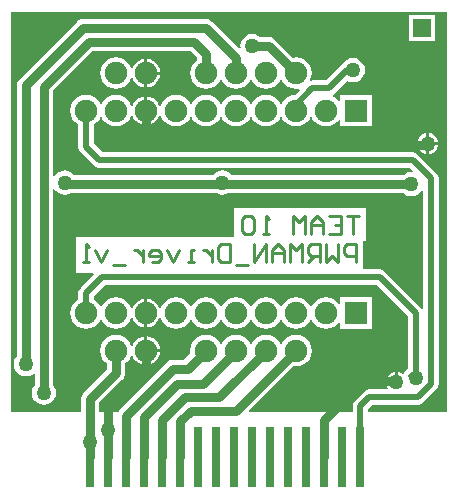
<source format=gbl>
%FSLAX25Y25*%
%MOIN*%
G70*
G01*
G75*
G04 Layer_Physical_Order=2*
G04 Layer_Color=16711680*
%ADD10R,0.03000X0.20000*%
%ADD11C,0.02000*%
%ADD12C,0.03000*%
%ADD13C,0.04000*%
%ADD14C,0.07500*%
%ADD15R,0.07500X0.07500*%
%ADD16R,0.05906X0.05906*%
%ADD17C,0.05000*%
%ADD18C,0.01000*%
G36*
X148500Y26500D02*
X122049D01*
Y27444D01*
X123556Y28951D01*
X138571D01*
X139547Y29145D01*
X140374Y29698D01*
X144802Y34126D01*
X145355Y34953D01*
X145549Y35929D01*
Y104500D01*
X145355Y105475D01*
X144802Y106302D01*
X138802Y112302D01*
X137976Y112855D01*
X137000Y113049D01*
X33556D01*
X30549Y116056D01*
Y122373D01*
X30648Y122414D01*
X31744Y123256D01*
X32586Y124352D01*
X32750Y124749D01*
X33250D01*
X33414Y124352D01*
X34256Y123256D01*
X35352Y122414D01*
X36630Y121885D01*
X38000Y121705D01*
X39371Y121885D01*
X40648Y122414D01*
X41744Y123256D01*
X42586Y124352D01*
X43000Y125352D01*
X43541D01*
X43851Y124604D01*
X44612Y123612D01*
X45605Y122851D01*
X46760Y122372D01*
X47500Y122275D01*
Y127000D01*
Y131725D01*
X46760Y131628D01*
X45605Y131149D01*
X44612Y130388D01*
X43851Y129395D01*
X43541Y128648D01*
X43000D01*
X42586Y129648D01*
X41744Y130744D01*
X40648Y131586D01*
X39371Y132115D01*
X38000Y132295D01*
X36630Y132115D01*
X35352Y131586D01*
X34256Y130744D01*
X33414Y129648D01*
X33250Y129251D01*
X32750D01*
X32586Y129648D01*
X31744Y130744D01*
X30648Y131586D01*
X29370Y132115D01*
X28000Y132295D01*
X26629Y132115D01*
X25352Y131586D01*
X24256Y130744D01*
X23414Y129648D01*
X22885Y128370D01*
X22705Y127000D01*
X22885Y125629D01*
X23414Y124352D01*
X24256Y123256D01*
X25352Y122414D01*
X25451Y122373D01*
Y115000D01*
X25645Y114024D01*
X26198Y113198D01*
X30698Y108698D01*
X31525Y108145D01*
X32500Y107951D01*
X135944D01*
X136941Y106954D01*
X136720Y106506D01*
X136500Y106535D01*
X135456Y106397D01*
X134483Y105994D01*
X133873Y105526D01*
X76604D01*
X76353Y105853D01*
X75517Y106494D01*
X74544Y106897D01*
X73500Y107035D01*
X72456Y106897D01*
X71483Y106494D01*
X70647Y105853D01*
X70396Y105526D01*
X24104D01*
X23853Y105853D01*
X23017Y106494D01*
X22044Y106897D01*
X21000Y107035D01*
X19956Y106897D01*
X18983Y106494D01*
X18147Y105853D01*
X17526Y105043D01*
X17474Y105040D01*
X17026Y105255D01*
Y133747D01*
X30253Y146974D01*
X62747D01*
X64974Y144747D01*
Y143796D01*
X64256Y143244D01*
X63414Y142148D01*
X62885Y140870D01*
X62705Y139500D01*
X62885Y138129D01*
X63414Y136852D01*
X64256Y135756D01*
X65352Y134914D01*
X66629Y134385D01*
X68000Y134205D01*
X69371Y134385D01*
X70648Y134914D01*
X71744Y135756D01*
X72586Y136852D01*
X72750Y137249D01*
X73250D01*
X73414Y136852D01*
X74256Y135756D01*
X75352Y134914D01*
X76630Y134385D01*
X78000Y134205D01*
X79370Y134385D01*
X80648Y134914D01*
X81744Y135756D01*
X82586Y136852D01*
X82750Y137249D01*
X83250D01*
X83414Y136852D01*
X84256Y135756D01*
X85352Y134914D01*
X86629Y134385D01*
X88000Y134205D01*
X89371Y134385D01*
X90648Y134914D01*
X91744Y135756D01*
X92586Y136852D01*
X92750Y137249D01*
X93250D01*
X93414Y136852D01*
X94256Y135756D01*
X95352Y134914D01*
X96630Y134385D01*
X98000Y134205D01*
X99028Y134340D01*
X99262Y133867D01*
X97644Y132248D01*
X96630Y132115D01*
X95352Y131586D01*
X94256Y130744D01*
X93414Y129648D01*
X93250Y129251D01*
X92750D01*
X92586Y129648D01*
X91744Y130744D01*
X90648Y131586D01*
X89371Y132115D01*
X88000Y132295D01*
X86629Y132115D01*
X85352Y131586D01*
X84256Y130744D01*
X83414Y129648D01*
X83250Y129251D01*
X82750D01*
X82586Y129648D01*
X81744Y130744D01*
X80648Y131586D01*
X79370Y132115D01*
X78000Y132295D01*
X76630Y132115D01*
X75352Y131586D01*
X74256Y130744D01*
X73414Y129648D01*
X73250Y129251D01*
X72750D01*
X72586Y129648D01*
X71744Y130744D01*
X70648Y131586D01*
X69371Y132115D01*
X68000Y132295D01*
X66629Y132115D01*
X65352Y131586D01*
X64256Y130744D01*
X63414Y129648D01*
X63250Y129251D01*
X62750D01*
X62586Y129648D01*
X61744Y130744D01*
X60648Y131586D01*
X59370Y132115D01*
X58000Y132295D01*
X56630Y132115D01*
X55352Y131586D01*
X54256Y130744D01*
X53414Y129648D01*
X53000Y128648D01*
X52459D01*
X52149Y129395D01*
X51388Y130388D01*
X50396Y131149D01*
X49240Y131628D01*
X48500Y131725D01*
Y127000D01*
Y122275D01*
X49240Y122372D01*
X50396Y122851D01*
X51388Y123612D01*
X52149Y124604D01*
X52459Y125352D01*
X53000D01*
X53414Y124352D01*
X54256Y123256D01*
X55352Y122414D01*
X56630Y121885D01*
X58000Y121705D01*
X59370Y121885D01*
X60648Y122414D01*
X61744Y123256D01*
X62586Y124352D01*
X62750Y124749D01*
X63250D01*
X63414Y124352D01*
X64256Y123256D01*
X65352Y122414D01*
X66629Y121885D01*
X68000Y121705D01*
X69371Y121885D01*
X70648Y122414D01*
X71744Y123256D01*
X72586Y124352D01*
X72750Y124749D01*
X73250D01*
X73414Y124352D01*
X74256Y123256D01*
X75352Y122414D01*
X76630Y121885D01*
X78000Y121705D01*
X79370Y121885D01*
X80648Y122414D01*
X81744Y123256D01*
X82586Y124352D01*
X82750Y124749D01*
X83250D01*
X83414Y124352D01*
X84256Y123256D01*
X85352Y122414D01*
X86629Y121885D01*
X88000Y121705D01*
X89371Y121885D01*
X90648Y122414D01*
X91744Y123256D01*
X92586Y124352D01*
X92750Y124749D01*
X93250D01*
X93414Y124352D01*
X94256Y123256D01*
X95352Y122414D01*
X96630Y121885D01*
X98000Y121705D01*
X99370Y121885D01*
X100648Y122414D01*
X101744Y123256D01*
X102586Y124352D01*
X102750Y124749D01*
X103250D01*
X103414Y124352D01*
X104256Y123256D01*
X105352Y122414D01*
X106630Y121885D01*
X108000Y121705D01*
X109371Y121885D01*
X110648Y122414D01*
X111744Y123256D01*
X112250Y123915D01*
X112750Y123745D01*
Y121750D01*
X123250D01*
Y132250D01*
X112750D01*
Y130255D01*
X112250Y130085D01*
X111744Y130744D01*
X110648Y131586D01*
X110272Y131742D01*
X110216Y132306D01*
X110802Y132698D01*
X115073Y136969D01*
X115956Y136603D01*
X117000Y136466D01*
X118044Y136603D01*
X119017Y137006D01*
X119853Y137647D01*
X120494Y138483D01*
X120897Y139456D01*
X121035Y140500D01*
X120897Y141544D01*
X120494Y142517D01*
X119853Y143353D01*
X119017Y143994D01*
X118044Y144397D01*
X117000Y144535D01*
X115956Y144397D01*
X114983Y143994D01*
X114147Y143353D01*
X113506Y142517D01*
X113501Y142505D01*
X113198Y142302D01*
X107944Y137049D01*
X103500D01*
X103113Y136972D01*
X102796Y137358D01*
X103115Y138129D01*
X103295Y139500D01*
X103115Y140870D01*
X102586Y142148D01*
X101744Y143244D01*
X100648Y144086D01*
X99370Y144615D01*
X98000Y144795D01*
X97102Y144677D01*
X91140Y150640D01*
X90513Y151120D01*
X90299Y151209D01*
X89783Y151423D01*
X89000Y151526D01*
X86127D01*
X85517Y151994D01*
X84544Y152397D01*
X83500Y152534D01*
X82456Y152397D01*
X81483Y151994D01*
X80647Y151353D01*
X80006Y150517D01*
X79603Y149544D01*
X79466Y148500D01*
X79538Y147948D01*
X79065Y147715D01*
X70140Y156640D01*
X69513Y157121D01*
X69299Y157209D01*
X68783Y157423D01*
X68000Y157526D01*
X27000D01*
X27000Y157526D01*
X26217Y157423D01*
X25487Y157121D01*
X24860Y156640D01*
X5860Y137640D01*
X5379Y137013D01*
X5291Y136799D01*
X5077Y136283D01*
X4974Y135500D01*
Y45127D01*
X4506Y44517D01*
X4103Y43544D01*
X3965Y42500D01*
X4103Y41456D01*
X4506Y40483D01*
X5147Y39647D01*
X5983Y39006D01*
X6956Y38603D01*
X8000Y38465D01*
X9044Y38603D01*
X10017Y39006D01*
X10474Y39356D01*
X10974Y39110D01*
Y35627D01*
X10506Y35017D01*
X10103Y34044D01*
X9966Y33000D01*
X10103Y31956D01*
X10506Y30983D01*
X11147Y30147D01*
X11983Y29506D01*
X12956Y29103D01*
X14000Y28965D01*
X15044Y29103D01*
X16017Y29506D01*
X16853Y30147D01*
X17494Y30983D01*
X17897Y31956D01*
X18034Y33000D01*
X17897Y34044D01*
X17494Y35017D01*
X17026Y35627D01*
Y100745D01*
X17474Y100960D01*
X17526Y100957D01*
X18147Y100147D01*
X18983Y99506D01*
X19956Y99103D01*
X21000Y98966D01*
X22044Y99103D01*
X22940Y99474D01*
X71560D01*
X72456Y99103D01*
X73500Y98966D01*
X74544Y99103D01*
X75440Y99474D01*
X133873D01*
X134483Y99006D01*
X135456Y98603D01*
X136500Y98466D01*
X137544Y98603D01*
X138517Y99006D01*
X139353Y99647D01*
X139951Y100427D01*
X140145Y100418D01*
X140451Y100286D01*
Y61181D01*
X139951Y61030D01*
X139802Y61252D01*
X127752Y73302D01*
X126925Y73855D01*
X125950Y74049D01*
X120500D01*
Y83500D01*
X121500D01*
Y94498D01*
X77513D01*
Y84998D01*
X24529D01*
Y73000D01*
X30525D01*
X30716Y72538D01*
X26198Y68020D01*
X25645Y67193D01*
X25451Y66217D01*
Y64127D01*
X25352Y64086D01*
X24256Y63244D01*
X23414Y62148D01*
X22885Y60870D01*
X22705Y59500D01*
X22885Y58130D01*
X23414Y56852D01*
X24256Y55756D01*
X25352Y54914D01*
X26629Y54385D01*
X28000Y54205D01*
X29370Y54385D01*
X30648Y54914D01*
X31744Y55756D01*
X32586Y56852D01*
X32750Y57249D01*
X33250D01*
X33414Y56852D01*
X34256Y55756D01*
X35352Y54914D01*
X36630Y54385D01*
X38000Y54205D01*
X39371Y54385D01*
X40648Y54914D01*
X41744Y55756D01*
X42586Y56852D01*
X43000Y57852D01*
X43541D01*
X43851Y57104D01*
X44612Y56112D01*
X45605Y55351D01*
X46760Y54872D01*
X47500Y54775D01*
Y59500D01*
Y64225D01*
X46760Y64128D01*
X45605Y63649D01*
X44612Y62888D01*
X43851Y61896D01*
X43541Y61148D01*
X43000D01*
X42586Y62148D01*
X41744Y63244D01*
X40648Y64086D01*
X39371Y64615D01*
X38000Y64795D01*
X36630Y64615D01*
X35352Y64086D01*
X34256Y63244D01*
X33414Y62148D01*
X33250Y61751D01*
X32750D01*
X32586Y62148D01*
X31744Y63244D01*
X30648Y64086D01*
X30549Y64127D01*
Y65162D01*
X34338Y68951D01*
X124894D01*
X135451Y58394D01*
Y41086D01*
X135147Y40853D01*
X134865Y40486D01*
X134698Y40374D01*
X134145Y39546D01*
X134139Y39517D01*
X133588Y39309D01*
X133265Y39557D01*
X132414Y39910D01*
X132000Y39964D01*
Y36500D01*
X131500D01*
Y36000D01*
X128036D01*
X128090Y35586D01*
X128443Y34735D01*
X128625Y34497D01*
X128404Y34049D01*
X122500D01*
X121525Y33855D01*
X120698Y33302D01*
X117698Y30302D01*
X117145Y29476D01*
X116951Y28500D01*
Y26500D01*
X82433D01*
X82241Y26962D01*
X97102Y41823D01*
X98000Y41705D01*
X99370Y41885D01*
X100648Y42414D01*
X101744Y43256D01*
X102586Y44352D01*
X103115Y45630D01*
X103295Y47000D01*
X103115Y48371D01*
X102586Y49648D01*
X101744Y50744D01*
X100648Y51586D01*
X99370Y52115D01*
X98000Y52295D01*
X96630Y52115D01*
X95352Y51586D01*
X94256Y50744D01*
X93414Y49648D01*
X93250Y49251D01*
X92750D01*
X92586Y49648D01*
X91744Y50744D01*
X90648Y51586D01*
X89371Y52115D01*
X88000Y52295D01*
X86629Y52115D01*
X85352Y51586D01*
X84256Y50744D01*
X83414Y49648D01*
X83250Y49251D01*
X82750D01*
X82586Y49648D01*
X81744Y50744D01*
X80648Y51586D01*
X79370Y52115D01*
X78000Y52295D01*
X76630Y52115D01*
X75352Y51586D01*
X74256Y50744D01*
X73414Y49648D01*
X73250Y49251D01*
X72750D01*
X72586Y49648D01*
X71744Y50744D01*
X70648Y51586D01*
X69371Y52115D01*
X68000Y52295D01*
X66629Y52115D01*
X65352Y51586D01*
X64256Y50744D01*
X63414Y49648D01*
X62885Y48371D01*
X62705Y47000D01*
X62823Y46102D01*
X60747Y44026D01*
X57136D01*
X56353Y43923D01*
X55837Y43709D01*
X55623Y43620D01*
X54996Y43140D01*
X39360Y27504D01*
X38879Y26877D01*
X38791Y26663D01*
X38723Y26500D01*
X32526D01*
Y29747D01*
X40140Y37360D01*
X40140Y37360D01*
X40348Y37633D01*
X40620Y37987D01*
X40923Y38717D01*
X41026Y39500D01*
X41026Y39500D01*
Y42704D01*
X41744Y43256D01*
X42586Y44352D01*
X43000Y45352D01*
X43541D01*
X43851Y44605D01*
X44612Y43612D01*
X45605Y42851D01*
X46760Y42372D01*
X47500Y42275D01*
Y47000D01*
Y51725D01*
X46760Y51628D01*
X45605Y51149D01*
X44612Y50388D01*
X43851Y49395D01*
X43541Y48648D01*
X43000D01*
X42586Y49648D01*
X41744Y50744D01*
X40648Y51586D01*
X39371Y52115D01*
X38000Y52295D01*
X36630Y52115D01*
X35352Y51586D01*
X34256Y50744D01*
X33414Y49648D01*
X32885Y48371D01*
X32705Y47000D01*
X32885Y45630D01*
X33414Y44352D01*
X34256Y43256D01*
X34974Y42704D01*
Y40753D01*
X27360Y33140D01*
X26880Y32513D01*
X26791Y32299D01*
X26577Y31783D01*
X26474Y31000D01*
Y26500D01*
X3000D01*
Y160000D01*
X148500D01*
Y26500D01*
D02*
G37*
%LPC*%
G36*
X108000Y64795D02*
X106630Y64615D01*
X105352Y64086D01*
X104256Y63244D01*
X103414Y62148D01*
X103250Y61751D01*
X102750D01*
X102586Y62148D01*
X101744Y63244D01*
X100648Y64086D01*
X99370Y64615D01*
X98000Y64795D01*
X96630Y64615D01*
X95352Y64086D01*
X94256Y63244D01*
X93414Y62148D01*
X93250Y61751D01*
X92750D01*
X92586Y62148D01*
X91744Y63244D01*
X90648Y64086D01*
X89371Y64615D01*
X88000Y64795D01*
X86629Y64615D01*
X85352Y64086D01*
X84256Y63244D01*
X83414Y62148D01*
X83250Y61751D01*
X82750D01*
X82586Y62148D01*
X81744Y63244D01*
X80648Y64086D01*
X79370Y64615D01*
X78000Y64795D01*
X76630Y64615D01*
X75352Y64086D01*
X74256Y63244D01*
X73414Y62148D01*
X73250Y61751D01*
X72750D01*
X72586Y62148D01*
X71744Y63244D01*
X70648Y64086D01*
X69371Y64615D01*
X68000Y64795D01*
X66629Y64615D01*
X65352Y64086D01*
X64256Y63244D01*
X63414Y62148D01*
X63250Y61751D01*
X62750D01*
X62586Y62148D01*
X61744Y63244D01*
X60648Y64086D01*
X59370Y64615D01*
X58000Y64795D01*
X56630Y64615D01*
X55352Y64086D01*
X54256Y63244D01*
X53414Y62148D01*
X53000Y61148D01*
X52459D01*
X52149Y61896D01*
X51388Y62888D01*
X50396Y63649D01*
X49240Y64128D01*
X48500Y64225D01*
Y59500D01*
Y54775D01*
X49240Y54872D01*
X50396Y55351D01*
X51388Y56112D01*
X52149Y57104D01*
X52459Y57852D01*
X53000D01*
X53414Y56852D01*
X54256Y55756D01*
X55352Y54914D01*
X56630Y54385D01*
X58000Y54205D01*
X59370Y54385D01*
X60648Y54914D01*
X61744Y55756D01*
X62586Y56852D01*
X62750Y57249D01*
X63250D01*
X63414Y56852D01*
X64256Y55756D01*
X65352Y54914D01*
X66629Y54385D01*
X68000Y54205D01*
X69371Y54385D01*
X70648Y54914D01*
X71744Y55756D01*
X72586Y56852D01*
X72750Y57249D01*
X73250D01*
X73414Y56852D01*
X74256Y55756D01*
X75352Y54914D01*
X76630Y54385D01*
X78000Y54205D01*
X79370Y54385D01*
X80648Y54914D01*
X81744Y55756D01*
X82586Y56852D01*
X82750Y57249D01*
X83250D01*
X83414Y56852D01*
X84256Y55756D01*
X85352Y54914D01*
X86629Y54385D01*
X88000Y54205D01*
X89371Y54385D01*
X90648Y54914D01*
X91744Y55756D01*
X92586Y56852D01*
X92750Y57249D01*
X93250D01*
X93414Y56852D01*
X94256Y55756D01*
X95352Y54914D01*
X96630Y54385D01*
X98000Y54205D01*
X99370Y54385D01*
X100648Y54914D01*
X101744Y55756D01*
X102586Y56852D01*
X102750Y57249D01*
X103250D01*
X103414Y56852D01*
X104256Y55756D01*
X105352Y54914D01*
X106630Y54385D01*
X108000Y54205D01*
X109371Y54385D01*
X110648Y54914D01*
X111744Y55756D01*
X112250Y56415D01*
X112750Y56245D01*
Y54250D01*
X123250D01*
Y64750D01*
X112750D01*
Y62755D01*
X112250Y62585D01*
X111744Y63244D01*
X110648Y64086D01*
X109371Y64615D01*
X108000Y64795D01*
D02*
G37*
G36*
X145464Y115500D02*
X142500D01*
Y112536D01*
X142914Y112590D01*
X143765Y112943D01*
X144496Y113504D01*
X145057Y114235D01*
X145410Y115086D01*
X145464Y115500D01*
D02*
G37*
G36*
X141500D02*
X138536D01*
X138590Y115086D01*
X138943Y114235D01*
X139504Y113504D01*
X140235Y112943D01*
X141086Y112590D01*
X141500Y112536D01*
Y115500D01*
D02*
G37*
G36*
X131000Y39964D02*
X130586Y39910D01*
X129735Y39557D01*
X129004Y38996D01*
X128443Y38265D01*
X128090Y37414D01*
X128036Y37000D01*
X131000D01*
Y39964D01*
D02*
G37*
G36*
X52725Y46500D02*
X48500D01*
Y42275D01*
X49240Y42372D01*
X50396Y42851D01*
X51388Y43612D01*
X52149Y44605D01*
X52628Y45760D01*
X52725Y46500D01*
D02*
G37*
G36*
X48500Y51725D02*
Y47500D01*
X52725D01*
X52628Y48240D01*
X52149Y49395D01*
X51388Y50388D01*
X50396Y51149D01*
X49240Y51628D01*
X48500Y51725D01*
D02*
G37*
G36*
X52725Y139000D02*
X48500D01*
Y134775D01*
X49240Y134872D01*
X50396Y135351D01*
X51388Y136112D01*
X52149Y137104D01*
X52628Y138260D01*
X52725Y139000D01*
D02*
G37*
G36*
X48500Y144225D02*
Y140000D01*
X52725D01*
X52628Y140740D01*
X52149Y141895D01*
X51388Y142888D01*
X50396Y143649D01*
X49240Y144128D01*
X48500Y144225D01*
D02*
G37*
G36*
X144453Y158953D02*
X135547D01*
Y150047D01*
X144453D01*
Y158953D01*
D02*
G37*
G36*
X141500Y119464D02*
X141086Y119410D01*
X140235Y119057D01*
X139504Y118496D01*
X138943Y117765D01*
X138590Y116914D01*
X138536Y116500D01*
X141500D01*
Y119464D01*
D02*
G37*
G36*
X142500D02*
Y116500D01*
X145464D01*
X145410Y116914D01*
X145057Y117765D01*
X144496Y118496D01*
X143765Y119057D01*
X142914Y119410D01*
X142500Y119464D01*
D02*
G37*
G36*
X38000Y144795D02*
X36630Y144615D01*
X35352Y144086D01*
X34256Y143244D01*
X33414Y142148D01*
X32885Y140870D01*
X32705Y139500D01*
X32885Y138129D01*
X33414Y136852D01*
X34256Y135756D01*
X35352Y134914D01*
X36630Y134385D01*
X38000Y134205D01*
X39371Y134385D01*
X40648Y134914D01*
X41744Y135756D01*
X42586Y136852D01*
X43000Y137852D01*
X43541D01*
X43851Y137104D01*
X44612Y136112D01*
X45605Y135351D01*
X46760Y134872D01*
X47500Y134775D01*
Y139500D01*
Y144225D01*
X46760Y144128D01*
X45605Y143649D01*
X44612Y142888D01*
X43851Y141895D01*
X43541Y141148D01*
X43000D01*
X42586Y142148D01*
X41744Y143244D01*
X40648Y144086D01*
X39371Y144615D01*
X38000Y144795D01*
D02*
G37*
%LPD*%
D10*
X29500Y11500D02*
D03*
X35500D02*
D03*
X41500D02*
D03*
X47500D02*
D03*
X53500D02*
D03*
X59500D02*
D03*
X65500D02*
D03*
X71500D02*
D03*
X77500D02*
D03*
X83500D02*
D03*
X89500D02*
D03*
X95500D02*
D03*
X101500D02*
D03*
X107500D02*
D03*
X113500D02*
D03*
X119500D02*
D03*
D11*
X28000Y59500D02*
Y66217D01*
X33283Y71500D01*
X125950D01*
X115000Y140500D02*
X117000D01*
X109000Y134500D02*
X115000Y140500D01*
X98000Y127000D02*
Y129000D01*
X103500Y134500D01*
X109000D01*
X143000Y35929D02*
Y104500D01*
X137000Y110500D02*
X143000Y104500D01*
X32500Y110500D02*
X137000D01*
X125950Y71500D02*
X138000Y59450D01*
Y38000D02*
Y59450D01*
X122500Y31500D02*
X138571D01*
X119500Y28500D02*
X122500Y31500D01*
X136500Y38500D02*
Y38571D01*
X138571Y31500D02*
X143000Y35929D01*
X136500Y38500D02*
X137000Y38000D01*
X138000D01*
X28000Y115000D02*
X32500Y110500D01*
X28000Y115000D02*
Y127000D01*
X119500Y11500D02*
Y28500D01*
X98000Y46500D02*
Y47000D01*
Y58500D02*
Y59500D01*
D12*
X64000Y150000D02*
X68000Y146000D01*
X29000Y150000D02*
X64000D01*
X14000Y135000D02*
X29000Y150000D01*
X21500Y102500D02*
X136500D01*
X21000Y103000D02*
X21500Y102500D01*
X131000Y37000D02*
X131500Y36500D01*
X120500Y37000D02*
X131000D01*
X8000Y135500D02*
X27000Y154500D01*
X8000Y42500D02*
Y135500D01*
X14000Y33000D02*
Y135000D01*
X29500Y11500D02*
Y31000D01*
X38000Y39500D02*
Y47000D01*
X29500Y31000D02*
X38000Y39500D01*
X68000Y139500D02*
Y146000D01*
X27000Y154500D02*
X68000D01*
X78000Y144500D01*
Y139500D02*
Y144500D01*
X49000Y115500D02*
X141500D01*
X142000Y116000D01*
X48000Y116500D02*
X49000Y115500D01*
X83500Y148500D02*
X89000D01*
X98000Y139500D01*
X35500Y11500D02*
Y20500D01*
Y29000D01*
X48000Y41500D01*
Y47000D01*
X107500Y11500D02*
Y24000D01*
X120500Y37000D01*
X59500Y11500D02*
Y23500D01*
X63000Y27000D01*
X78000D02*
X98000Y47000D01*
X63000Y27000D02*
X78000D01*
X72500Y31500D02*
X88000Y47000D01*
X61136Y31500D02*
X72500D01*
X53500Y23864D02*
X61136Y31500D01*
X53500Y11500D02*
Y23864D01*
X67000Y36000D02*
X78000Y47000D01*
X58500Y36000D02*
X67000D01*
X47500Y25000D02*
X58500Y36000D01*
X47500Y11500D02*
Y25000D01*
X62000Y41000D02*
X68000Y47000D01*
X57136Y41000D02*
X62000D01*
X41500Y25364D02*
X57136Y41000D01*
X41500Y11500D02*
Y25364D01*
X48000Y116500D02*
Y127000D01*
D14*
X28000Y59500D02*
D03*
X38000D02*
D03*
X48000D02*
D03*
X58000D02*
D03*
X68000D02*
D03*
X78000D02*
D03*
X88000D02*
D03*
X98000D02*
D03*
X108000D02*
D03*
X38000Y139500D02*
D03*
X48000D02*
D03*
X68000D02*
D03*
X78000D02*
D03*
X88000D02*
D03*
X98000D02*
D03*
X38000Y47000D02*
D03*
X48000D02*
D03*
X68000D02*
D03*
X28000Y127000D02*
D03*
X48000D02*
D03*
X38000D02*
D03*
X58000D02*
D03*
X68000D02*
D03*
X78000Y47000D02*
D03*
X88000D02*
D03*
X78000Y127000D02*
D03*
X98000Y47000D02*
D03*
X88000Y127000D02*
D03*
X108000D02*
D03*
X98000D02*
D03*
D15*
X118000Y59500D02*
D03*
Y127000D02*
D03*
D16*
X140000Y154500D02*
D03*
D17*
X117000Y140500D02*
D03*
X136500Y102500D02*
D03*
X131500Y36500D02*
D03*
X138000Y38000D02*
D03*
X73500Y103000D02*
D03*
X21000D02*
D03*
X29500Y16500D02*
D03*
X8000Y42500D02*
D03*
X14000Y33000D02*
D03*
X142000Y116000D02*
D03*
X83500Y148500D02*
D03*
X35500Y20500D02*
D03*
D18*
X119000Y91998D02*
X115001D01*
X117001D01*
Y86000D01*
X109003Y91998D02*
X113002D01*
Y86000D01*
X109003D01*
X113002Y88999D02*
X111003D01*
X107004Y86000D02*
Y89999D01*
X105005Y91998D01*
X103005Y89999D01*
Y86000D01*
Y88999D01*
X107004D01*
X101006Y86000D02*
Y91998D01*
X99006Y89999D01*
X97007Y91998D01*
Y86000D01*
X89010D02*
X87010D01*
X88010D01*
Y91998D01*
X89010Y90998D01*
X84011D02*
X83012Y91998D01*
X81012D01*
X80013Y90998D01*
Y87000D01*
X81012Y86000D01*
X83012D01*
X84011Y87000D01*
Y90998D01*
X118000Y76500D02*
Y82498D01*
X115001D01*
X114001Y81498D01*
Y79499D01*
X115001Y78499D01*
X118000D01*
X112002Y82498D02*
Y76500D01*
X110003Y78499D01*
X108003Y76500D01*
Y82498D01*
X106004Y76500D02*
Y82498D01*
X103005D01*
X102005Y81498D01*
Y79499D01*
X103005Y78499D01*
X106004D01*
X104005D02*
X102005Y76500D01*
X100006D02*
Y82498D01*
X98006Y80499D01*
X96007Y82498D01*
Y76500D01*
X94008D02*
Y80499D01*
X92008Y82498D01*
X90009Y80499D01*
Y76500D01*
Y79499D01*
X94008D01*
X88010Y76500D02*
Y82498D01*
X84011Y76500D01*
Y82498D01*
X82012Y75500D02*
X78013D01*
X76014Y82498D02*
Y76500D01*
X73014D01*
X72015Y77500D01*
Y81498D01*
X73014Y82498D01*
X76014D01*
X70016Y80499D02*
Y76500D01*
Y78499D01*
X69016Y79499D01*
X68016Y80499D01*
X67017D01*
X64017Y76500D02*
X62018D01*
X63018D01*
Y80499D01*
X64017D01*
X59019D02*
X57020Y76500D01*
X55020Y80499D01*
X50022Y76500D02*
X52021D01*
X53021Y77500D01*
Y79499D01*
X52021Y80499D01*
X50022D01*
X49022Y79499D01*
Y78499D01*
X53021D01*
X47023Y80499D02*
Y76500D01*
Y78499D01*
X46023Y79499D01*
X45024Y80499D01*
X44024D01*
X41025Y75500D02*
X37026D01*
X35027Y80499D02*
X33027Y76500D01*
X31028Y80499D01*
X29029Y76500D02*
X27029D01*
X28029D01*
Y82498D01*
X29029Y81498D01*
M02*

</source>
